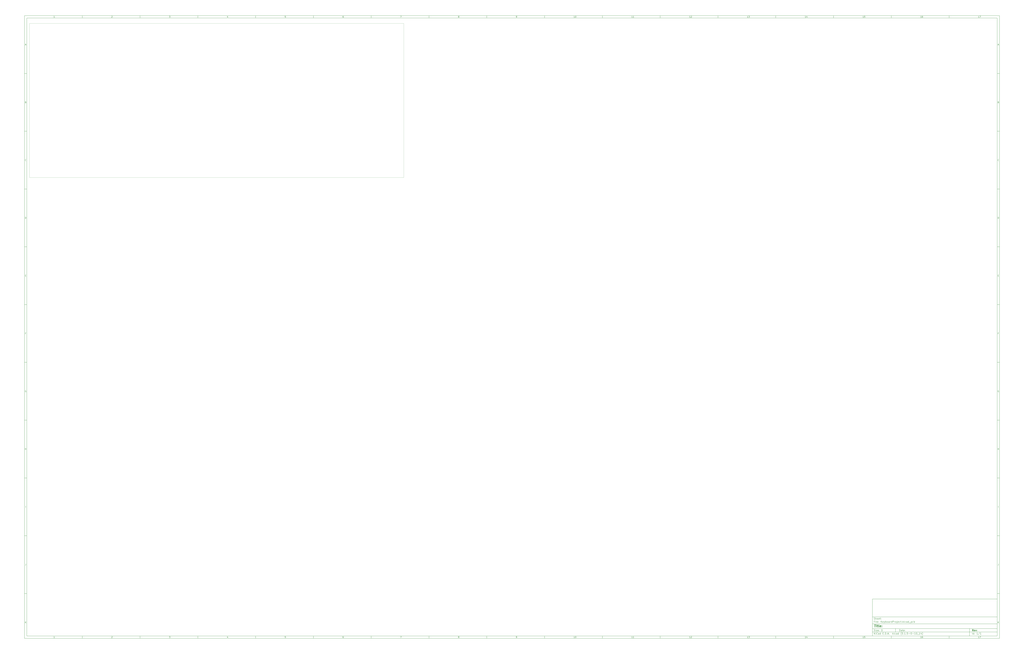
<source format=gm1>
G04 #@! TF.GenerationSoftware,KiCad,Pcbnew,(5.1.5-0-10_14)*
G04 #@! TF.CreationDate,2020-03-20T22:46:17-04:00*
G04 #@! TF.ProjectId,KeyboardProject,4b657962-6f61-4726-9450-726f6a656374,rev?*
G04 #@! TF.SameCoordinates,Original*
G04 #@! TF.FileFunction,Profile,NP*
%FSLAX46Y46*%
G04 Gerber Fmt 4.6, Leading zero omitted, Abs format (unit mm)*
G04 Created by KiCad (PCBNEW (5.1.5-0-10_14)) date 2020-03-20 22:46:17*
%MOMM*%
%LPD*%
G04 APERTURE LIST*
%ADD10C,0.100000*%
%ADD11C,0.150000*%
%ADD12C,0.300000*%
%ADD13C,0.400000*%
%ADD14C,0.050000*%
G04 APERTURE END LIST*
D10*
D11*
X743600000Y-514800000D02*
X743600000Y-546800000D01*
X851600000Y-546800000D01*
X851600000Y-514800000D01*
X743600000Y-514800000D01*
D10*
D11*
X10000000Y-10000000D02*
X10000000Y-548800000D01*
X853600000Y-548800000D01*
X853600000Y-10000000D01*
X10000000Y-10000000D01*
D10*
D11*
X12000000Y-12000000D02*
X12000000Y-546800000D01*
X851600000Y-546800000D01*
X851600000Y-12000000D01*
X12000000Y-12000000D01*
D10*
D11*
X60000000Y-12000000D02*
X60000000Y-10000000D01*
D10*
D11*
X110000000Y-12000000D02*
X110000000Y-10000000D01*
D10*
D11*
X160000000Y-12000000D02*
X160000000Y-10000000D01*
D10*
D11*
X210000000Y-12000000D02*
X210000000Y-10000000D01*
D10*
D11*
X260000000Y-12000000D02*
X260000000Y-10000000D01*
D10*
D11*
X310000000Y-12000000D02*
X310000000Y-10000000D01*
D10*
D11*
X360000000Y-12000000D02*
X360000000Y-10000000D01*
D10*
D11*
X410000000Y-12000000D02*
X410000000Y-10000000D01*
D10*
D11*
X460000000Y-12000000D02*
X460000000Y-10000000D01*
D10*
D11*
X510000000Y-12000000D02*
X510000000Y-10000000D01*
D10*
D11*
X560000000Y-12000000D02*
X560000000Y-10000000D01*
D10*
D11*
X610000000Y-12000000D02*
X610000000Y-10000000D01*
D10*
D11*
X660000000Y-12000000D02*
X660000000Y-10000000D01*
D10*
D11*
X710000000Y-12000000D02*
X710000000Y-10000000D01*
D10*
D11*
X760000000Y-12000000D02*
X760000000Y-10000000D01*
D10*
D11*
X810000000Y-12000000D02*
X810000000Y-10000000D01*
D10*
D11*
X36065476Y-11588095D02*
X35322619Y-11588095D01*
X35694047Y-11588095D02*
X35694047Y-10288095D01*
X35570238Y-10473809D01*
X35446428Y-10597619D01*
X35322619Y-10659523D01*
D10*
D11*
X85322619Y-10411904D02*
X85384523Y-10350000D01*
X85508333Y-10288095D01*
X85817857Y-10288095D01*
X85941666Y-10350000D01*
X86003571Y-10411904D01*
X86065476Y-10535714D01*
X86065476Y-10659523D01*
X86003571Y-10845238D01*
X85260714Y-11588095D01*
X86065476Y-11588095D01*
D10*
D11*
X135260714Y-10288095D02*
X136065476Y-10288095D01*
X135632142Y-10783333D01*
X135817857Y-10783333D01*
X135941666Y-10845238D01*
X136003571Y-10907142D01*
X136065476Y-11030952D01*
X136065476Y-11340476D01*
X136003571Y-11464285D01*
X135941666Y-11526190D01*
X135817857Y-11588095D01*
X135446428Y-11588095D01*
X135322619Y-11526190D01*
X135260714Y-11464285D01*
D10*
D11*
X185941666Y-10721428D02*
X185941666Y-11588095D01*
X185632142Y-10226190D02*
X185322619Y-11154761D01*
X186127380Y-11154761D01*
D10*
D11*
X236003571Y-10288095D02*
X235384523Y-10288095D01*
X235322619Y-10907142D01*
X235384523Y-10845238D01*
X235508333Y-10783333D01*
X235817857Y-10783333D01*
X235941666Y-10845238D01*
X236003571Y-10907142D01*
X236065476Y-11030952D01*
X236065476Y-11340476D01*
X236003571Y-11464285D01*
X235941666Y-11526190D01*
X235817857Y-11588095D01*
X235508333Y-11588095D01*
X235384523Y-11526190D01*
X235322619Y-11464285D01*
D10*
D11*
X285941666Y-10288095D02*
X285694047Y-10288095D01*
X285570238Y-10350000D01*
X285508333Y-10411904D01*
X285384523Y-10597619D01*
X285322619Y-10845238D01*
X285322619Y-11340476D01*
X285384523Y-11464285D01*
X285446428Y-11526190D01*
X285570238Y-11588095D01*
X285817857Y-11588095D01*
X285941666Y-11526190D01*
X286003571Y-11464285D01*
X286065476Y-11340476D01*
X286065476Y-11030952D01*
X286003571Y-10907142D01*
X285941666Y-10845238D01*
X285817857Y-10783333D01*
X285570238Y-10783333D01*
X285446428Y-10845238D01*
X285384523Y-10907142D01*
X285322619Y-11030952D01*
D10*
D11*
X335260714Y-10288095D02*
X336127380Y-10288095D01*
X335570238Y-11588095D01*
D10*
D11*
X385570238Y-10845238D02*
X385446428Y-10783333D01*
X385384523Y-10721428D01*
X385322619Y-10597619D01*
X385322619Y-10535714D01*
X385384523Y-10411904D01*
X385446428Y-10350000D01*
X385570238Y-10288095D01*
X385817857Y-10288095D01*
X385941666Y-10350000D01*
X386003571Y-10411904D01*
X386065476Y-10535714D01*
X386065476Y-10597619D01*
X386003571Y-10721428D01*
X385941666Y-10783333D01*
X385817857Y-10845238D01*
X385570238Y-10845238D01*
X385446428Y-10907142D01*
X385384523Y-10969047D01*
X385322619Y-11092857D01*
X385322619Y-11340476D01*
X385384523Y-11464285D01*
X385446428Y-11526190D01*
X385570238Y-11588095D01*
X385817857Y-11588095D01*
X385941666Y-11526190D01*
X386003571Y-11464285D01*
X386065476Y-11340476D01*
X386065476Y-11092857D01*
X386003571Y-10969047D01*
X385941666Y-10907142D01*
X385817857Y-10845238D01*
D10*
D11*
X435446428Y-11588095D02*
X435694047Y-11588095D01*
X435817857Y-11526190D01*
X435879761Y-11464285D01*
X436003571Y-11278571D01*
X436065476Y-11030952D01*
X436065476Y-10535714D01*
X436003571Y-10411904D01*
X435941666Y-10350000D01*
X435817857Y-10288095D01*
X435570238Y-10288095D01*
X435446428Y-10350000D01*
X435384523Y-10411904D01*
X435322619Y-10535714D01*
X435322619Y-10845238D01*
X435384523Y-10969047D01*
X435446428Y-11030952D01*
X435570238Y-11092857D01*
X435817857Y-11092857D01*
X435941666Y-11030952D01*
X436003571Y-10969047D01*
X436065476Y-10845238D01*
D10*
D11*
X486065476Y-11588095D02*
X485322619Y-11588095D01*
X485694047Y-11588095D02*
X485694047Y-10288095D01*
X485570238Y-10473809D01*
X485446428Y-10597619D01*
X485322619Y-10659523D01*
X486870238Y-10288095D02*
X486994047Y-10288095D01*
X487117857Y-10350000D01*
X487179761Y-10411904D01*
X487241666Y-10535714D01*
X487303571Y-10783333D01*
X487303571Y-11092857D01*
X487241666Y-11340476D01*
X487179761Y-11464285D01*
X487117857Y-11526190D01*
X486994047Y-11588095D01*
X486870238Y-11588095D01*
X486746428Y-11526190D01*
X486684523Y-11464285D01*
X486622619Y-11340476D01*
X486560714Y-11092857D01*
X486560714Y-10783333D01*
X486622619Y-10535714D01*
X486684523Y-10411904D01*
X486746428Y-10350000D01*
X486870238Y-10288095D01*
D10*
D11*
X536065476Y-11588095D02*
X535322619Y-11588095D01*
X535694047Y-11588095D02*
X535694047Y-10288095D01*
X535570238Y-10473809D01*
X535446428Y-10597619D01*
X535322619Y-10659523D01*
X537303571Y-11588095D02*
X536560714Y-11588095D01*
X536932142Y-11588095D02*
X536932142Y-10288095D01*
X536808333Y-10473809D01*
X536684523Y-10597619D01*
X536560714Y-10659523D01*
D10*
D11*
X586065476Y-11588095D02*
X585322619Y-11588095D01*
X585694047Y-11588095D02*
X585694047Y-10288095D01*
X585570238Y-10473809D01*
X585446428Y-10597619D01*
X585322619Y-10659523D01*
X586560714Y-10411904D02*
X586622619Y-10350000D01*
X586746428Y-10288095D01*
X587055952Y-10288095D01*
X587179761Y-10350000D01*
X587241666Y-10411904D01*
X587303571Y-10535714D01*
X587303571Y-10659523D01*
X587241666Y-10845238D01*
X586498809Y-11588095D01*
X587303571Y-11588095D01*
D10*
D11*
X636065476Y-11588095D02*
X635322619Y-11588095D01*
X635694047Y-11588095D02*
X635694047Y-10288095D01*
X635570238Y-10473809D01*
X635446428Y-10597619D01*
X635322619Y-10659523D01*
X636498809Y-10288095D02*
X637303571Y-10288095D01*
X636870238Y-10783333D01*
X637055952Y-10783333D01*
X637179761Y-10845238D01*
X637241666Y-10907142D01*
X637303571Y-11030952D01*
X637303571Y-11340476D01*
X637241666Y-11464285D01*
X637179761Y-11526190D01*
X637055952Y-11588095D01*
X636684523Y-11588095D01*
X636560714Y-11526190D01*
X636498809Y-11464285D01*
D10*
D11*
X686065476Y-11588095D02*
X685322619Y-11588095D01*
X685694047Y-11588095D02*
X685694047Y-10288095D01*
X685570238Y-10473809D01*
X685446428Y-10597619D01*
X685322619Y-10659523D01*
X687179761Y-10721428D02*
X687179761Y-11588095D01*
X686870238Y-10226190D02*
X686560714Y-11154761D01*
X687365476Y-11154761D01*
D10*
D11*
X736065476Y-11588095D02*
X735322619Y-11588095D01*
X735694047Y-11588095D02*
X735694047Y-10288095D01*
X735570238Y-10473809D01*
X735446428Y-10597619D01*
X735322619Y-10659523D01*
X737241666Y-10288095D02*
X736622619Y-10288095D01*
X736560714Y-10907142D01*
X736622619Y-10845238D01*
X736746428Y-10783333D01*
X737055952Y-10783333D01*
X737179761Y-10845238D01*
X737241666Y-10907142D01*
X737303571Y-11030952D01*
X737303571Y-11340476D01*
X737241666Y-11464285D01*
X737179761Y-11526190D01*
X737055952Y-11588095D01*
X736746428Y-11588095D01*
X736622619Y-11526190D01*
X736560714Y-11464285D01*
D10*
D11*
X786065476Y-11588095D02*
X785322619Y-11588095D01*
X785694047Y-11588095D02*
X785694047Y-10288095D01*
X785570238Y-10473809D01*
X785446428Y-10597619D01*
X785322619Y-10659523D01*
X787179761Y-10288095D02*
X786932142Y-10288095D01*
X786808333Y-10350000D01*
X786746428Y-10411904D01*
X786622619Y-10597619D01*
X786560714Y-10845238D01*
X786560714Y-11340476D01*
X786622619Y-11464285D01*
X786684523Y-11526190D01*
X786808333Y-11588095D01*
X787055952Y-11588095D01*
X787179761Y-11526190D01*
X787241666Y-11464285D01*
X787303571Y-11340476D01*
X787303571Y-11030952D01*
X787241666Y-10907142D01*
X787179761Y-10845238D01*
X787055952Y-10783333D01*
X786808333Y-10783333D01*
X786684523Y-10845238D01*
X786622619Y-10907142D01*
X786560714Y-11030952D01*
D10*
D11*
X836065476Y-11588095D02*
X835322619Y-11588095D01*
X835694047Y-11588095D02*
X835694047Y-10288095D01*
X835570238Y-10473809D01*
X835446428Y-10597619D01*
X835322619Y-10659523D01*
X836498809Y-10288095D02*
X837365476Y-10288095D01*
X836808333Y-11588095D01*
D10*
D11*
X60000000Y-546800000D02*
X60000000Y-548800000D01*
D10*
D11*
X110000000Y-546800000D02*
X110000000Y-548800000D01*
D10*
D11*
X160000000Y-546800000D02*
X160000000Y-548800000D01*
D10*
D11*
X210000000Y-546800000D02*
X210000000Y-548800000D01*
D10*
D11*
X260000000Y-546800000D02*
X260000000Y-548800000D01*
D10*
D11*
X310000000Y-546800000D02*
X310000000Y-548800000D01*
D10*
D11*
X360000000Y-546800000D02*
X360000000Y-548800000D01*
D10*
D11*
X410000000Y-546800000D02*
X410000000Y-548800000D01*
D10*
D11*
X460000000Y-546800000D02*
X460000000Y-548800000D01*
D10*
D11*
X510000000Y-546800000D02*
X510000000Y-548800000D01*
D10*
D11*
X560000000Y-546800000D02*
X560000000Y-548800000D01*
D10*
D11*
X610000000Y-546800000D02*
X610000000Y-548800000D01*
D10*
D11*
X660000000Y-546800000D02*
X660000000Y-548800000D01*
D10*
D11*
X710000000Y-546800000D02*
X710000000Y-548800000D01*
D10*
D11*
X760000000Y-546800000D02*
X760000000Y-548800000D01*
D10*
D11*
X810000000Y-546800000D02*
X810000000Y-548800000D01*
D10*
D11*
X36065476Y-548388095D02*
X35322619Y-548388095D01*
X35694047Y-548388095D02*
X35694047Y-547088095D01*
X35570238Y-547273809D01*
X35446428Y-547397619D01*
X35322619Y-547459523D01*
D10*
D11*
X85322619Y-547211904D02*
X85384523Y-547150000D01*
X85508333Y-547088095D01*
X85817857Y-547088095D01*
X85941666Y-547150000D01*
X86003571Y-547211904D01*
X86065476Y-547335714D01*
X86065476Y-547459523D01*
X86003571Y-547645238D01*
X85260714Y-548388095D01*
X86065476Y-548388095D01*
D10*
D11*
X135260714Y-547088095D02*
X136065476Y-547088095D01*
X135632142Y-547583333D01*
X135817857Y-547583333D01*
X135941666Y-547645238D01*
X136003571Y-547707142D01*
X136065476Y-547830952D01*
X136065476Y-548140476D01*
X136003571Y-548264285D01*
X135941666Y-548326190D01*
X135817857Y-548388095D01*
X135446428Y-548388095D01*
X135322619Y-548326190D01*
X135260714Y-548264285D01*
D10*
D11*
X185941666Y-547521428D02*
X185941666Y-548388095D01*
X185632142Y-547026190D02*
X185322619Y-547954761D01*
X186127380Y-547954761D01*
D10*
D11*
X236003571Y-547088095D02*
X235384523Y-547088095D01*
X235322619Y-547707142D01*
X235384523Y-547645238D01*
X235508333Y-547583333D01*
X235817857Y-547583333D01*
X235941666Y-547645238D01*
X236003571Y-547707142D01*
X236065476Y-547830952D01*
X236065476Y-548140476D01*
X236003571Y-548264285D01*
X235941666Y-548326190D01*
X235817857Y-548388095D01*
X235508333Y-548388095D01*
X235384523Y-548326190D01*
X235322619Y-548264285D01*
D10*
D11*
X285941666Y-547088095D02*
X285694047Y-547088095D01*
X285570238Y-547150000D01*
X285508333Y-547211904D01*
X285384523Y-547397619D01*
X285322619Y-547645238D01*
X285322619Y-548140476D01*
X285384523Y-548264285D01*
X285446428Y-548326190D01*
X285570238Y-548388095D01*
X285817857Y-548388095D01*
X285941666Y-548326190D01*
X286003571Y-548264285D01*
X286065476Y-548140476D01*
X286065476Y-547830952D01*
X286003571Y-547707142D01*
X285941666Y-547645238D01*
X285817857Y-547583333D01*
X285570238Y-547583333D01*
X285446428Y-547645238D01*
X285384523Y-547707142D01*
X285322619Y-547830952D01*
D10*
D11*
X335260714Y-547088095D02*
X336127380Y-547088095D01*
X335570238Y-548388095D01*
D10*
D11*
X385570238Y-547645238D02*
X385446428Y-547583333D01*
X385384523Y-547521428D01*
X385322619Y-547397619D01*
X385322619Y-547335714D01*
X385384523Y-547211904D01*
X385446428Y-547150000D01*
X385570238Y-547088095D01*
X385817857Y-547088095D01*
X385941666Y-547150000D01*
X386003571Y-547211904D01*
X386065476Y-547335714D01*
X386065476Y-547397619D01*
X386003571Y-547521428D01*
X385941666Y-547583333D01*
X385817857Y-547645238D01*
X385570238Y-547645238D01*
X385446428Y-547707142D01*
X385384523Y-547769047D01*
X385322619Y-547892857D01*
X385322619Y-548140476D01*
X385384523Y-548264285D01*
X385446428Y-548326190D01*
X385570238Y-548388095D01*
X385817857Y-548388095D01*
X385941666Y-548326190D01*
X386003571Y-548264285D01*
X386065476Y-548140476D01*
X386065476Y-547892857D01*
X386003571Y-547769047D01*
X385941666Y-547707142D01*
X385817857Y-547645238D01*
D10*
D11*
X435446428Y-548388095D02*
X435694047Y-548388095D01*
X435817857Y-548326190D01*
X435879761Y-548264285D01*
X436003571Y-548078571D01*
X436065476Y-547830952D01*
X436065476Y-547335714D01*
X436003571Y-547211904D01*
X435941666Y-547150000D01*
X435817857Y-547088095D01*
X435570238Y-547088095D01*
X435446428Y-547150000D01*
X435384523Y-547211904D01*
X435322619Y-547335714D01*
X435322619Y-547645238D01*
X435384523Y-547769047D01*
X435446428Y-547830952D01*
X435570238Y-547892857D01*
X435817857Y-547892857D01*
X435941666Y-547830952D01*
X436003571Y-547769047D01*
X436065476Y-547645238D01*
D10*
D11*
X486065476Y-548388095D02*
X485322619Y-548388095D01*
X485694047Y-548388095D02*
X485694047Y-547088095D01*
X485570238Y-547273809D01*
X485446428Y-547397619D01*
X485322619Y-547459523D01*
X486870238Y-547088095D02*
X486994047Y-547088095D01*
X487117857Y-547150000D01*
X487179761Y-547211904D01*
X487241666Y-547335714D01*
X487303571Y-547583333D01*
X487303571Y-547892857D01*
X487241666Y-548140476D01*
X487179761Y-548264285D01*
X487117857Y-548326190D01*
X486994047Y-548388095D01*
X486870238Y-548388095D01*
X486746428Y-548326190D01*
X486684523Y-548264285D01*
X486622619Y-548140476D01*
X486560714Y-547892857D01*
X486560714Y-547583333D01*
X486622619Y-547335714D01*
X486684523Y-547211904D01*
X486746428Y-547150000D01*
X486870238Y-547088095D01*
D10*
D11*
X536065476Y-548388095D02*
X535322619Y-548388095D01*
X535694047Y-548388095D02*
X535694047Y-547088095D01*
X535570238Y-547273809D01*
X535446428Y-547397619D01*
X535322619Y-547459523D01*
X537303571Y-548388095D02*
X536560714Y-548388095D01*
X536932142Y-548388095D02*
X536932142Y-547088095D01*
X536808333Y-547273809D01*
X536684523Y-547397619D01*
X536560714Y-547459523D01*
D10*
D11*
X586065476Y-548388095D02*
X585322619Y-548388095D01*
X585694047Y-548388095D02*
X585694047Y-547088095D01*
X585570238Y-547273809D01*
X585446428Y-547397619D01*
X585322619Y-547459523D01*
X586560714Y-547211904D02*
X586622619Y-547150000D01*
X586746428Y-547088095D01*
X587055952Y-547088095D01*
X587179761Y-547150000D01*
X587241666Y-547211904D01*
X587303571Y-547335714D01*
X587303571Y-547459523D01*
X587241666Y-547645238D01*
X586498809Y-548388095D01*
X587303571Y-548388095D01*
D10*
D11*
X636065476Y-548388095D02*
X635322619Y-548388095D01*
X635694047Y-548388095D02*
X635694047Y-547088095D01*
X635570238Y-547273809D01*
X635446428Y-547397619D01*
X635322619Y-547459523D01*
X636498809Y-547088095D02*
X637303571Y-547088095D01*
X636870238Y-547583333D01*
X637055952Y-547583333D01*
X637179761Y-547645238D01*
X637241666Y-547707142D01*
X637303571Y-547830952D01*
X637303571Y-548140476D01*
X637241666Y-548264285D01*
X637179761Y-548326190D01*
X637055952Y-548388095D01*
X636684523Y-548388095D01*
X636560714Y-548326190D01*
X636498809Y-548264285D01*
D10*
D11*
X686065476Y-548388095D02*
X685322619Y-548388095D01*
X685694047Y-548388095D02*
X685694047Y-547088095D01*
X685570238Y-547273809D01*
X685446428Y-547397619D01*
X685322619Y-547459523D01*
X687179761Y-547521428D02*
X687179761Y-548388095D01*
X686870238Y-547026190D02*
X686560714Y-547954761D01*
X687365476Y-547954761D01*
D10*
D11*
X736065476Y-548388095D02*
X735322619Y-548388095D01*
X735694047Y-548388095D02*
X735694047Y-547088095D01*
X735570238Y-547273809D01*
X735446428Y-547397619D01*
X735322619Y-547459523D01*
X737241666Y-547088095D02*
X736622619Y-547088095D01*
X736560714Y-547707142D01*
X736622619Y-547645238D01*
X736746428Y-547583333D01*
X737055952Y-547583333D01*
X737179761Y-547645238D01*
X737241666Y-547707142D01*
X737303571Y-547830952D01*
X737303571Y-548140476D01*
X737241666Y-548264285D01*
X737179761Y-548326190D01*
X737055952Y-548388095D01*
X736746428Y-548388095D01*
X736622619Y-548326190D01*
X736560714Y-548264285D01*
D10*
D11*
X786065476Y-548388095D02*
X785322619Y-548388095D01*
X785694047Y-548388095D02*
X785694047Y-547088095D01*
X785570238Y-547273809D01*
X785446428Y-547397619D01*
X785322619Y-547459523D01*
X787179761Y-547088095D02*
X786932142Y-547088095D01*
X786808333Y-547150000D01*
X786746428Y-547211904D01*
X786622619Y-547397619D01*
X786560714Y-547645238D01*
X786560714Y-548140476D01*
X786622619Y-548264285D01*
X786684523Y-548326190D01*
X786808333Y-548388095D01*
X787055952Y-548388095D01*
X787179761Y-548326190D01*
X787241666Y-548264285D01*
X787303571Y-548140476D01*
X787303571Y-547830952D01*
X787241666Y-547707142D01*
X787179761Y-547645238D01*
X787055952Y-547583333D01*
X786808333Y-547583333D01*
X786684523Y-547645238D01*
X786622619Y-547707142D01*
X786560714Y-547830952D01*
D10*
D11*
X836065476Y-548388095D02*
X835322619Y-548388095D01*
X835694047Y-548388095D02*
X835694047Y-547088095D01*
X835570238Y-547273809D01*
X835446428Y-547397619D01*
X835322619Y-547459523D01*
X836498809Y-547088095D02*
X837365476Y-547088095D01*
X836808333Y-548388095D01*
D10*
D11*
X10000000Y-60000000D02*
X12000000Y-60000000D01*
D10*
D11*
X10000000Y-110000000D02*
X12000000Y-110000000D01*
D10*
D11*
X10000000Y-160000000D02*
X12000000Y-160000000D01*
D10*
D11*
X10000000Y-210000000D02*
X12000000Y-210000000D01*
D10*
D11*
X10000000Y-260000000D02*
X12000000Y-260000000D01*
D10*
D11*
X10000000Y-310000000D02*
X12000000Y-310000000D01*
D10*
D11*
X10000000Y-360000000D02*
X12000000Y-360000000D01*
D10*
D11*
X10000000Y-410000000D02*
X12000000Y-410000000D01*
D10*
D11*
X10000000Y-460000000D02*
X12000000Y-460000000D01*
D10*
D11*
X10000000Y-510000000D02*
X12000000Y-510000000D01*
D10*
D11*
X10690476Y-35216666D02*
X11309523Y-35216666D01*
X10566666Y-35588095D02*
X11000000Y-34288095D01*
X11433333Y-35588095D01*
D10*
D11*
X11092857Y-84907142D02*
X11278571Y-84969047D01*
X11340476Y-85030952D01*
X11402380Y-85154761D01*
X11402380Y-85340476D01*
X11340476Y-85464285D01*
X11278571Y-85526190D01*
X11154761Y-85588095D01*
X10659523Y-85588095D01*
X10659523Y-84288095D01*
X11092857Y-84288095D01*
X11216666Y-84350000D01*
X11278571Y-84411904D01*
X11340476Y-84535714D01*
X11340476Y-84659523D01*
X11278571Y-84783333D01*
X11216666Y-84845238D01*
X11092857Y-84907142D01*
X10659523Y-84907142D01*
D10*
D11*
X11402380Y-135464285D02*
X11340476Y-135526190D01*
X11154761Y-135588095D01*
X11030952Y-135588095D01*
X10845238Y-135526190D01*
X10721428Y-135402380D01*
X10659523Y-135278571D01*
X10597619Y-135030952D01*
X10597619Y-134845238D01*
X10659523Y-134597619D01*
X10721428Y-134473809D01*
X10845238Y-134350000D01*
X11030952Y-134288095D01*
X11154761Y-134288095D01*
X11340476Y-134350000D01*
X11402380Y-134411904D01*
D10*
D11*
X10659523Y-185588095D02*
X10659523Y-184288095D01*
X10969047Y-184288095D01*
X11154761Y-184350000D01*
X11278571Y-184473809D01*
X11340476Y-184597619D01*
X11402380Y-184845238D01*
X11402380Y-185030952D01*
X11340476Y-185278571D01*
X11278571Y-185402380D01*
X11154761Y-185526190D01*
X10969047Y-185588095D01*
X10659523Y-185588095D01*
D10*
D11*
X10721428Y-234907142D02*
X11154761Y-234907142D01*
X11340476Y-235588095D02*
X10721428Y-235588095D01*
X10721428Y-234288095D01*
X11340476Y-234288095D01*
D10*
D11*
X11185714Y-284907142D02*
X10752380Y-284907142D01*
X10752380Y-285588095D02*
X10752380Y-284288095D01*
X11371428Y-284288095D01*
D10*
D11*
X11340476Y-334350000D02*
X11216666Y-334288095D01*
X11030952Y-334288095D01*
X10845238Y-334350000D01*
X10721428Y-334473809D01*
X10659523Y-334597619D01*
X10597619Y-334845238D01*
X10597619Y-335030952D01*
X10659523Y-335278571D01*
X10721428Y-335402380D01*
X10845238Y-335526190D01*
X11030952Y-335588095D01*
X11154761Y-335588095D01*
X11340476Y-335526190D01*
X11402380Y-335464285D01*
X11402380Y-335030952D01*
X11154761Y-335030952D01*
D10*
D11*
X10628571Y-385588095D02*
X10628571Y-384288095D01*
X10628571Y-384907142D02*
X11371428Y-384907142D01*
X11371428Y-385588095D02*
X11371428Y-384288095D01*
D10*
D11*
X11000000Y-435588095D02*
X11000000Y-434288095D01*
D10*
D11*
X11185714Y-484288095D02*
X11185714Y-485216666D01*
X11123809Y-485402380D01*
X11000000Y-485526190D01*
X10814285Y-485588095D01*
X10690476Y-485588095D01*
D10*
D11*
X10659523Y-535588095D02*
X10659523Y-534288095D01*
X11402380Y-535588095D02*
X10845238Y-534845238D01*
X11402380Y-534288095D02*
X10659523Y-535030952D01*
D10*
D11*
X853600000Y-60000000D02*
X851600000Y-60000000D01*
D10*
D11*
X853600000Y-110000000D02*
X851600000Y-110000000D01*
D10*
D11*
X853600000Y-160000000D02*
X851600000Y-160000000D01*
D10*
D11*
X853600000Y-210000000D02*
X851600000Y-210000000D01*
D10*
D11*
X853600000Y-260000000D02*
X851600000Y-260000000D01*
D10*
D11*
X853600000Y-310000000D02*
X851600000Y-310000000D01*
D10*
D11*
X853600000Y-360000000D02*
X851600000Y-360000000D01*
D10*
D11*
X853600000Y-410000000D02*
X851600000Y-410000000D01*
D10*
D11*
X853600000Y-460000000D02*
X851600000Y-460000000D01*
D10*
D11*
X853600000Y-510000000D02*
X851600000Y-510000000D01*
D10*
D11*
X852290476Y-35216666D02*
X852909523Y-35216666D01*
X852166666Y-35588095D02*
X852600000Y-34288095D01*
X853033333Y-35588095D01*
D10*
D11*
X852692857Y-84907142D02*
X852878571Y-84969047D01*
X852940476Y-85030952D01*
X853002380Y-85154761D01*
X853002380Y-85340476D01*
X852940476Y-85464285D01*
X852878571Y-85526190D01*
X852754761Y-85588095D01*
X852259523Y-85588095D01*
X852259523Y-84288095D01*
X852692857Y-84288095D01*
X852816666Y-84350000D01*
X852878571Y-84411904D01*
X852940476Y-84535714D01*
X852940476Y-84659523D01*
X852878571Y-84783333D01*
X852816666Y-84845238D01*
X852692857Y-84907142D01*
X852259523Y-84907142D01*
D10*
D11*
X853002380Y-135464285D02*
X852940476Y-135526190D01*
X852754761Y-135588095D01*
X852630952Y-135588095D01*
X852445238Y-135526190D01*
X852321428Y-135402380D01*
X852259523Y-135278571D01*
X852197619Y-135030952D01*
X852197619Y-134845238D01*
X852259523Y-134597619D01*
X852321428Y-134473809D01*
X852445238Y-134350000D01*
X852630952Y-134288095D01*
X852754761Y-134288095D01*
X852940476Y-134350000D01*
X853002380Y-134411904D01*
D10*
D11*
X852259523Y-185588095D02*
X852259523Y-184288095D01*
X852569047Y-184288095D01*
X852754761Y-184350000D01*
X852878571Y-184473809D01*
X852940476Y-184597619D01*
X853002380Y-184845238D01*
X853002380Y-185030952D01*
X852940476Y-185278571D01*
X852878571Y-185402380D01*
X852754761Y-185526190D01*
X852569047Y-185588095D01*
X852259523Y-185588095D01*
D10*
D11*
X852321428Y-234907142D02*
X852754761Y-234907142D01*
X852940476Y-235588095D02*
X852321428Y-235588095D01*
X852321428Y-234288095D01*
X852940476Y-234288095D01*
D10*
D11*
X852785714Y-284907142D02*
X852352380Y-284907142D01*
X852352380Y-285588095D02*
X852352380Y-284288095D01*
X852971428Y-284288095D01*
D10*
D11*
X852940476Y-334350000D02*
X852816666Y-334288095D01*
X852630952Y-334288095D01*
X852445238Y-334350000D01*
X852321428Y-334473809D01*
X852259523Y-334597619D01*
X852197619Y-334845238D01*
X852197619Y-335030952D01*
X852259523Y-335278571D01*
X852321428Y-335402380D01*
X852445238Y-335526190D01*
X852630952Y-335588095D01*
X852754761Y-335588095D01*
X852940476Y-335526190D01*
X853002380Y-335464285D01*
X853002380Y-335030952D01*
X852754761Y-335030952D01*
D10*
D11*
X852228571Y-385588095D02*
X852228571Y-384288095D01*
X852228571Y-384907142D02*
X852971428Y-384907142D01*
X852971428Y-385588095D02*
X852971428Y-384288095D01*
D10*
D11*
X852600000Y-435588095D02*
X852600000Y-434288095D01*
D10*
D11*
X852785714Y-484288095D02*
X852785714Y-485216666D01*
X852723809Y-485402380D01*
X852600000Y-485526190D01*
X852414285Y-485588095D01*
X852290476Y-485588095D01*
D10*
D11*
X852259523Y-535588095D02*
X852259523Y-534288095D01*
X853002380Y-535588095D02*
X852445238Y-534845238D01*
X853002380Y-534288095D02*
X852259523Y-535030952D01*
D10*
D11*
X767032142Y-542578571D02*
X767032142Y-541078571D01*
X767389285Y-541078571D01*
X767603571Y-541150000D01*
X767746428Y-541292857D01*
X767817857Y-541435714D01*
X767889285Y-541721428D01*
X767889285Y-541935714D01*
X767817857Y-542221428D01*
X767746428Y-542364285D01*
X767603571Y-542507142D01*
X767389285Y-542578571D01*
X767032142Y-542578571D01*
X769175000Y-542578571D02*
X769175000Y-541792857D01*
X769103571Y-541650000D01*
X768960714Y-541578571D01*
X768675000Y-541578571D01*
X768532142Y-541650000D01*
X769175000Y-542507142D02*
X769032142Y-542578571D01*
X768675000Y-542578571D01*
X768532142Y-542507142D01*
X768460714Y-542364285D01*
X768460714Y-542221428D01*
X768532142Y-542078571D01*
X768675000Y-542007142D01*
X769032142Y-542007142D01*
X769175000Y-541935714D01*
X769675000Y-541578571D02*
X770246428Y-541578571D01*
X769889285Y-541078571D02*
X769889285Y-542364285D01*
X769960714Y-542507142D01*
X770103571Y-542578571D01*
X770246428Y-542578571D01*
X771317857Y-542507142D02*
X771175000Y-542578571D01*
X770889285Y-542578571D01*
X770746428Y-542507142D01*
X770675000Y-542364285D01*
X770675000Y-541792857D01*
X770746428Y-541650000D01*
X770889285Y-541578571D01*
X771175000Y-541578571D01*
X771317857Y-541650000D01*
X771389285Y-541792857D01*
X771389285Y-541935714D01*
X770675000Y-542078571D01*
X772032142Y-542435714D02*
X772103571Y-542507142D01*
X772032142Y-542578571D01*
X771960714Y-542507142D01*
X772032142Y-542435714D01*
X772032142Y-542578571D01*
X772032142Y-541650000D02*
X772103571Y-541721428D01*
X772032142Y-541792857D01*
X771960714Y-541721428D01*
X772032142Y-541650000D01*
X772032142Y-541792857D01*
D10*
D11*
X743600000Y-543300000D02*
X851600000Y-543300000D01*
D10*
D11*
X745032142Y-545378571D02*
X745032142Y-543878571D01*
X745889285Y-545378571D02*
X745246428Y-544521428D01*
X745889285Y-543878571D02*
X745032142Y-544735714D01*
X746532142Y-545378571D02*
X746532142Y-544378571D01*
X746532142Y-543878571D02*
X746460714Y-543950000D01*
X746532142Y-544021428D01*
X746603571Y-543950000D01*
X746532142Y-543878571D01*
X746532142Y-544021428D01*
X748103571Y-545235714D02*
X748032142Y-545307142D01*
X747817857Y-545378571D01*
X747675000Y-545378571D01*
X747460714Y-545307142D01*
X747317857Y-545164285D01*
X747246428Y-545021428D01*
X747175000Y-544735714D01*
X747175000Y-544521428D01*
X747246428Y-544235714D01*
X747317857Y-544092857D01*
X747460714Y-543950000D01*
X747675000Y-543878571D01*
X747817857Y-543878571D01*
X748032142Y-543950000D01*
X748103571Y-544021428D01*
X749389285Y-545378571D02*
X749389285Y-544592857D01*
X749317857Y-544450000D01*
X749175000Y-544378571D01*
X748889285Y-544378571D01*
X748746428Y-544450000D01*
X749389285Y-545307142D02*
X749246428Y-545378571D01*
X748889285Y-545378571D01*
X748746428Y-545307142D01*
X748675000Y-545164285D01*
X748675000Y-545021428D01*
X748746428Y-544878571D01*
X748889285Y-544807142D01*
X749246428Y-544807142D01*
X749389285Y-544735714D01*
X750746428Y-545378571D02*
X750746428Y-543878571D01*
X750746428Y-545307142D02*
X750603571Y-545378571D01*
X750317857Y-545378571D01*
X750175000Y-545307142D01*
X750103571Y-545235714D01*
X750032142Y-545092857D01*
X750032142Y-544664285D01*
X750103571Y-544521428D01*
X750175000Y-544450000D01*
X750317857Y-544378571D01*
X750603571Y-544378571D01*
X750746428Y-544450000D01*
X752603571Y-544592857D02*
X753103571Y-544592857D01*
X753317857Y-545378571D02*
X752603571Y-545378571D01*
X752603571Y-543878571D01*
X753317857Y-543878571D01*
X753960714Y-545235714D02*
X754032142Y-545307142D01*
X753960714Y-545378571D01*
X753889285Y-545307142D01*
X753960714Y-545235714D01*
X753960714Y-545378571D01*
X754675000Y-545378571D02*
X754675000Y-543878571D01*
X755032142Y-543878571D01*
X755246428Y-543950000D01*
X755389285Y-544092857D01*
X755460714Y-544235714D01*
X755532142Y-544521428D01*
X755532142Y-544735714D01*
X755460714Y-545021428D01*
X755389285Y-545164285D01*
X755246428Y-545307142D01*
X755032142Y-545378571D01*
X754675000Y-545378571D01*
X756175000Y-545235714D02*
X756246428Y-545307142D01*
X756175000Y-545378571D01*
X756103571Y-545307142D01*
X756175000Y-545235714D01*
X756175000Y-545378571D01*
X756817857Y-544950000D02*
X757532142Y-544950000D01*
X756675000Y-545378571D02*
X757175000Y-543878571D01*
X757675000Y-545378571D01*
X758175000Y-545235714D02*
X758246428Y-545307142D01*
X758175000Y-545378571D01*
X758103571Y-545307142D01*
X758175000Y-545235714D01*
X758175000Y-545378571D01*
X761175000Y-545378571D02*
X761175000Y-543878571D01*
X761317857Y-544807142D02*
X761746428Y-545378571D01*
X761746428Y-544378571D02*
X761175000Y-544950000D01*
X762389285Y-545378571D02*
X762389285Y-544378571D01*
X762389285Y-543878571D02*
X762317857Y-543950000D01*
X762389285Y-544021428D01*
X762460714Y-543950000D01*
X762389285Y-543878571D01*
X762389285Y-544021428D01*
X763746428Y-545307142D02*
X763603571Y-545378571D01*
X763317857Y-545378571D01*
X763175000Y-545307142D01*
X763103571Y-545235714D01*
X763032142Y-545092857D01*
X763032142Y-544664285D01*
X763103571Y-544521428D01*
X763175000Y-544450000D01*
X763317857Y-544378571D01*
X763603571Y-544378571D01*
X763746428Y-544450000D01*
X765032142Y-545378571D02*
X765032142Y-544592857D01*
X764960714Y-544450000D01*
X764817857Y-544378571D01*
X764532142Y-544378571D01*
X764389285Y-544450000D01*
X765032142Y-545307142D02*
X764889285Y-545378571D01*
X764532142Y-545378571D01*
X764389285Y-545307142D01*
X764317857Y-545164285D01*
X764317857Y-545021428D01*
X764389285Y-544878571D01*
X764532142Y-544807142D01*
X764889285Y-544807142D01*
X765032142Y-544735714D01*
X766389285Y-545378571D02*
X766389285Y-543878571D01*
X766389285Y-545307142D02*
X766246428Y-545378571D01*
X765960714Y-545378571D01*
X765817857Y-545307142D01*
X765746428Y-545235714D01*
X765675000Y-545092857D01*
X765675000Y-544664285D01*
X765746428Y-544521428D01*
X765817857Y-544450000D01*
X765960714Y-544378571D01*
X766246428Y-544378571D01*
X766389285Y-544450000D01*
X768675000Y-545950000D02*
X768603571Y-545878571D01*
X768460714Y-545664285D01*
X768389285Y-545521428D01*
X768317857Y-545307142D01*
X768246428Y-544950000D01*
X768246428Y-544664285D01*
X768317857Y-544307142D01*
X768389285Y-544092857D01*
X768460714Y-543950000D01*
X768603571Y-543735714D01*
X768675000Y-543664285D01*
X769960714Y-543878571D02*
X769246428Y-543878571D01*
X769175000Y-544592857D01*
X769246428Y-544521428D01*
X769389285Y-544450000D01*
X769746428Y-544450000D01*
X769889285Y-544521428D01*
X769960714Y-544592857D01*
X770032142Y-544735714D01*
X770032142Y-545092857D01*
X769960714Y-545235714D01*
X769889285Y-545307142D01*
X769746428Y-545378571D01*
X769389285Y-545378571D01*
X769246428Y-545307142D01*
X769175000Y-545235714D01*
X770675000Y-545235714D02*
X770746428Y-545307142D01*
X770675000Y-545378571D01*
X770603571Y-545307142D01*
X770675000Y-545235714D01*
X770675000Y-545378571D01*
X772175000Y-545378571D02*
X771317857Y-545378571D01*
X771746428Y-545378571D02*
X771746428Y-543878571D01*
X771603571Y-544092857D01*
X771460714Y-544235714D01*
X771317857Y-544307142D01*
X772817857Y-545235714D02*
X772889285Y-545307142D01*
X772817857Y-545378571D01*
X772746428Y-545307142D01*
X772817857Y-545235714D01*
X772817857Y-545378571D01*
X774246428Y-543878571D02*
X773532142Y-543878571D01*
X773460714Y-544592857D01*
X773532142Y-544521428D01*
X773675000Y-544450000D01*
X774032142Y-544450000D01*
X774175000Y-544521428D01*
X774246428Y-544592857D01*
X774317857Y-544735714D01*
X774317857Y-545092857D01*
X774246428Y-545235714D01*
X774175000Y-545307142D01*
X774032142Y-545378571D01*
X773675000Y-545378571D01*
X773532142Y-545307142D01*
X773460714Y-545235714D01*
X774960714Y-544807142D02*
X776103571Y-544807142D01*
X777103571Y-543878571D02*
X777246428Y-543878571D01*
X777389285Y-543950000D01*
X777460714Y-544021428D01*
X777532142Y-544164285D01*
X777603571Y-544450000D01*
X777603571Y-544807142D01*
X777532142Y-545092857D01*
X777460714Y-545235714D01*
X777389285Y-545307142D01*
X777246428Y-545378571D01*
X777103571Y-545378571D01*
X776960714Y-545307142D01*
X776889285Y-545235714D01*
X776817857Y-545092857D01*
X776746428Y-544807142D01*
X776746428Y-544450000D01*
X776817857Y-544164285D01*
X776889285Y-544021428D01*
X776960714Y-543950000D01*
X777103571Y-543878571D01*
X778246428Y-544807142D02*
X779389285Y-544807142D01*
X780889285Y-545378571D02*
X780032142Y-545378571D01*
X780460714Y-545378571D02*
X780460714Y-543878571D01*
X780317857Y-544092857D01*
X780175000Y-544235714D01*
X780032142Y-544307142D01*
X781817857Y-543878571D02*
X781960714Y-543878571D01*
X782103571Y-543950000D01*
X782175000Y-544021428D01*
X782246428Y-544164285D01*
X782317857Y-544450000D01*
X782317857Y-544807142D01*
X782246428Y-545092857D01*
X782175000Y-545235714D01*
X782103571Y-545307142D01*
X781960714Y-545378571D01*
X781817857Y-545378571D01*
X781675000Y-545307142D01*
X781603571Y-545235714D01*
X781532142Y-545092857D01*
X781460714Y-544807142D01*
X781460714Y-544450000D01*
X781532142Y-544164285D01*
X781603571Y-544021428D01*
X781675000Y-543950000D01*
X781817857Y-543878571D01*
X782603571Y-545521428D02*
X783746428Y-545521428D01*
X784889285Y-545378571D02*
X784032142Y-545378571D01*
X784460714Y-545378571D02*
X784460714Y-543878571D01*
X784317857Y-544092857D01*
X784175000Y-544235714D01*
X784032142Y-544307142D01*
X786175000Y-544378571D02*
X786175000Y-545378571D01*
X785817857Y-543807142D02*
X785460714Y-544878571D01*
X786389285Y-544878571D01*
X786817857Y-545950000D02*
X786889285Y-545878571D01*
X787032142Y-545664285D01*
X787103571Y-545521428D01*
X787175000Y-545307142D01*
X787246428Y-544950000D01*
X787246428Y-544664285D01*
X787175000Y-544307142D01*
X787103571Y-544092857D01*
X787032142Y-543950000D01*
X786889285Y-543735714D01*
X786817857Y-543664285D01*
D10*
D11*
X743600000Y-540300000D02*
X851600000Y-540300000D01*
D10*
D12*
X831009285Y-542578571D02*
X830509285Y-541864285D01*
X830152142Y-542578571D02*
X830152142Y-541078571D01*
X830723571Y-541078571D01*
X830866428Y-541150000D01*
X830937857Y-541221428D01*
X831009285Y-541364285D01*
X831009285Y-541578571D01*
X830937857Y-541721428D01*
X830866428Y-541792857D01*
X830723571Y-541864285D01*
X830152142Y-541864285D01*
X832223571Y-542507142D02*
X832080714Y-542578571D01*
X831795000Y-542578571D01*
X831652142Y-542507142D01*
X831580714Y-542364285D01*
X831580714Y-541792857D01*
X831652142Y-541650000D01*
X831795000Y-541578571D01*
X832080714Y-541578571D01*
X832223571Y-541650000D01*
X832295000Y-541792857D01*
X832295000Y-541935714D01*
X831580714Y-542078571D01*
X832795000Y-541578571D02*
X833152142Y-542578571D01*
X833509285Y-541578571D01*
X834080714Y-542435714D02*
X834152142Y-542507142D01*
X834080714Y-542578571D01*
X834009285Y-542507142D01*
X834080714Y-542435714D01*
X834080714Y-542578571D01*
X834080714Y-541650000D02*
X834152142Y-541721428D01*
X834080714Y-541792857D01*
X834009285Y-541721428D01*
X834080714Y-541650000D01*
X834080714Y-541792857D01*
D10*
D11*
X744960714Y-542507142D02*
X745175000Y-542578571D01*
X745532142Y-542578571D01*
X745675000Y-542507142D01*
X745746428Y-542435714D01*
X745817857Y-542292857D01*
X745817857Y-542150000D01*
X745746428Y-542007142D01*
X745675000Y-541935714D01*
X745532142Y-541864285D01*
X745246428Y-541792857D01*
X745103571Y-541721428D01*
X745032142Y-541650000D01*
X744960714Y-541507142D01*
X744960714Y-541364285D01*
X745032142Y-541221428D01*
X745103571Y-541150000D01*
X745246428Y-541078571D01*
X745603571Y-541078571D01*
X745817857Y-541150000D01*
X746460714Y-542578571D02*
X746460714Y-541578571D01*
X746460714Y-541078571D02*
X746389285Y-541150000D01*
X746460714Y-541221428D01*
X746532142Y-541150000D01*
X746460714Y-541078571D01*
X746460714Y-541221428D01*
X747032142Y-541578571D02*
X747817857Y-541578571D01*
X747032142Y-542578571D01*
X747817857Y-542578571D01*
X748960714Y-542507142D02*
X748817857Y-542578571D01*
X748532142Y-542578571D01*
X748389285Y-542507142D01*
X748317857Y-542364285D01*
X748317857Y-541792857D01*
X748389285Y-541650000D01*
X748532142Y-541578571D01*
X748817857Y-541578571D01*
X748960714Y-541650000D01*
X749032142Y-541792857D01*
X749032142Y-541935714D01*
X748317857Y-542078571D01*
X749675000Y-542435714D02*
X749746428Y-542507142D01*
X749675000Y-542578571D01*
X749603571Y-542507142D01*
X749675000Y-542435714D01*
X749675000Y-542578571D01*
X749675000Y-541650000D02*
X749746428Y-541721428D01*
X749675000Y-541792857D01*
X749603571Y-541721428D01*
X749675000Y-541650000D01*
X749675000Y-541792857D01*
X751532142Y-542578571D02*
X751532142Y-541078571D01*
X751889285Y-541078571D01*
X752103571Y-541150000D01*
X752246428Y-541292857D01*
X752317857Y-541435714D01*
X752389285Y-541721428D01*
X752389285Y-541935714D01*
X752317857Y-542221428D01*
X752246428Y-542364285D01*
X752103571Y-542507142D01*
X751889285Y-542578571D01*
X751532142Y-542578571D01*
D10*
D11*
X830032142Y-545378571D02*
X830032142Y-543878571D01*
X831389285Y-545378571D02*
X831389285Y-543878571D01*
X831389285Y-545307142D02*
X831246428Y-545378571D01*
X830960714Y-545378571D01*
X830817857Y-545307142D01*
X830746428Y-545235714D01*
X830675000Y-545092857D01*
X830675000Y-544664285D01*
X830746428Y-544521428D01*
X830817857Y-544450000D01*
X830960714Y-544378571D01*
X831246428Y-544378571D01*
X831389285Y-544450000D01*
X832103571Y-545235714D02*
X832175000Y-545307142D01*
X832103571Y-545378571D01*
X832032142Y-545307142D01*
X832103571Y-545235714D01*
X832103571Y-545378571D01*
X832103571Y-544450000D02*
X832175000Y-544521428D01*
X832103571Y-544592857D01*
X832032142Y-544521428D01*
X832103571Y-544450000D01*
X832103571Y-544592857D01*
X834746428Y-545378571D02*
X833889285Y-545378571D01*
X834317857Y-545378571D02*
X834317857Y-543878571D01*
X834175000Y-544092857D01*
X834032142Y-544235714D01*
X833889285Y-544307142D01*
X836460714Y-543807142D02*
X835175000Y-545735714D01*
X837746428Y-545378571D02*
X836889285Y-545378571D01*
X837317857Y-545378571D02*
X837317857Y-543878571D01*
X837175000Y-544092857D01*
X837032142Y-544235714D01*
X836889285Y-544307142D01*
D10*
D11*
X743600000Y-536300000D02*
X851600000Y-536300000D01*
D10*
D13*
X745312380Y-537004761D02*
X746455238Y-537004761D01*
X745633809Y-539004761D02*
X745883809Y-537004761D01*
X746871904Y-539004761D02*
X747038571Y-537671428D01*
X747121904Y-537004761D02*
X747014761Y-537100000D01*
X747098095Y-537195238D01*
X747205238Y-537100000D01*
X747121904Y-537004761D01*
X747098095Y-537195238D01*
X747705238Y-537671428D02*
X748467142Y-537671428D01*
X748074285Y-537004761D02*
X747860000Y-538719047D01*
X747931428Y-538909523D01*
X748110000Y-539004761D01*
X748300476Y-539004761D01*
X749252857Y-539004761D02*
X749074285Y-538909523D01*
X749002857Y-538719047D01*
X749217142Y-537004761D01*
X750788571Y-538909523D02*
X750586190Y-539004761D01*
X750205238Y-539004761D01*
X750026666Y-538909523D01*
X749955238Y-538719047D01*
X750050476Y-537957142D01*
X750169523Y-537766666D01*
X750371904Y-537671428D01*
X750752857Y-537671428D01*
X750931428Y-537766666D01*
X751002857Y-537957142D01*
X750979047Y-538147619D01*
X750002857Y-538338095D01*
X751752857Y-538814285D02*
X751836190Y-538909523D01*
X751729047Y-539004761D01*
X751645714Y-538909523D01*
X751752857Y-538814285D01*
X751729047Y-539004761D01*
X751883809Y-537766666D02*
X751967142Y-537861904D01*
X751860000Y-537957142D01*
X751776666Y-537861904D01*
X751883809Y-537766666D01*
X751860000Y-537957142D01*
D10*
D11*
X745532142Y-534392857D02*
X745032142Y-534392857D01*
X745032142Y-535178571D02*
X745032142Y-533678571D01*
X745746428Y-533678571D01*
X746317857Y-535178571D02*
X746317857Y-534178571D01*
X746317857Y-533678571D02*
X746246428Y-533750000D01*
X746317857Y-533821428D01*
X746389285Y-533750000D01*
X746317857Y-533678571D01*
X746317857Y-533821428D01*
X747246428Y-535178571D02*
X747103571Y-535107142D01*
X747032142Y-534964285D01*
X747032142Y-533678571D01*
X748389285Y-535107142D02*
X748246428Y-535178571D01*
X747960714Y-535178571D01*
X747817857Y-535107142D01*
X747746428Y-534964285D01*
X747746428Y-534392857D01*
X747817857Y-534250000D01*
X747960714Y-534178571D01*
X748246428Y-534178571D01*
X748389285Y-534250000D01*
X748460714Y-534392857D01*
X748460714Y-534535714D01*
X747746428Y-534678571D01*
X749103571Y-535035714D02*
X749175000Y-535107142D01*
X749103571Y-535178571D01*
X749032142Y-535107142D01*
X749103571Y-535035714D01*
X749103571Y-535178571D01*
X749103571Y-534250000D02*
X749175000Y-534321428D01*
X749103571Y-534392857D01*
X749032142Y-534321428D01*
X749103571Y-534250000D01*
X749103571Y-534392857D01*
X750960714Y-535178571D02*
X750960714Y-533678571D01*
X751817857Y-535178571D02*
X751175000Y-534321428D01*
X751817857Y-533678571D02*
X750960714Y-534535714D01*
X753032142Y-535107142D02*
X752889285Y-535178571D01*
X752603571Y-535178571D01*
X752460714Y-535107142D01*
X752389285Y-534964285D01*
X752389285Y-534392857D01*
X752460714Y-534250000D01*
X752603571Y-534178571D01*
X752889285Y-534178571D01*
X753032142Y-534250000D01*
X753103571Y-534392857D01*
X753103571Y-534535714D01*
X752389285Y-534678571D01*
X753603571Y-534178571D02*
X753960714Y-535178571D01*
X754317857Y-534178571D02*
X753960714Y-535178571D01*
X753817857Y-535535714D01*
X753746428Y-535607142D01*
X753603571Y-535678571D01*
X754889285Y-535178571D02*
X754889285Y-533678571D01*
X754889285Y-534250000D02*
X755032142Y-534178571D01*
X755317857Y-534178571D01*
X755460714Y-534250000D01*
X755532142Y-534321428D01*
X755603571Y-534464285D01*
X755603571Y-534892857D01*
X755532142Y-535035714D01*
X755460714Y-535107142D01*
X755317857Y-535178571D01*
X755032142Y-535178571D01*
X754889285Y-535107142D01*
X756460714Y-535178571D02*
X756317857Y-535107142D01*
X756246428Y-535035714D01*
X756175000Y-534892857D01*
X756175000Y-534464285D01*
X756246428Y-534321428D01*
X756317857Y-534250000D01*
X756460714Y-534178571D01*
X756675000Y-534178571D01*
X756817857Y-534250000D01*
X756889285Y-534321428D01*
X756960714Y-534464285D01*
X756960714Y-534892857D01*
X756889285Y-535035714D01*
X756817857Y-535107142D01*
X756675000Y-535178571D01*
X756460714Y-535178571D01*
X758246428Y-535178571D02*
X758246428Y-534392857D01*
X758175000Y-534250000D01*
X758032142Y-534178571D01*
X757746428Y-534178571D01*
X757603571Y-534250000D01*
X758246428Y-535107142D02*
X758103571Y-535178571D01*
X757746428Y-535178571D01*
X757603571Y-535107142D01*
X757532142Y-534964285D01*
X757532142Y-534821428D01*
X757603571Y-534678571D01*
X757746428Y-534607142D01*
X758103571Y-534607142D01*
X758246428Y-534535714D01*
X758960714Y-535178571D02*
X758960714Y-534178571D01*
X758960714Y-534464285D02*
X759032142Y-534321428D01*
X759103571Y-534250000D01*
X759246428Y-534178571D01*
X759389285Y-534178571D01*
X760532142Y-535178571D02*
X760532142Y-533678571D01*
X760532142Y-535107142D02*
X760389285Y-535178571D01*
X760103571Y-535178571D01*
X759960714Y-535107142D01*
X759889285Y-535035714D01*
X759817857Y-534892857D01*
X759817857Y-534464285D01*
X759889285Y-534321428D01*
X759960714Y-534250000D01*
X760103571Y-534178571D01*
X760389285Y-534178571D01*
X760532142Y-534250000D01*
X761246428Y-535178571D02*
X761246428Y-533678571D01*
X761817857Y-533678571D01*
X761960714Y-533750000D01*
X762032142Y-533821428D01*
X762103571Y-533964285D01*
X762103571Y-534178571D01*
X762032142Y-534321428D01*
X761960714Y-534392857D01*
X761817857Y-534464285D01*
X761246428Y-534464285D01*
X762746428Y-535178571D02*
X762746428Y-534178571D01*
X762746428Y-534464285D02*
X762817857Y-534321428D01*
X762889285Y-534250000D01*
X763032142Y-534178571D01*
X763175000Y-534178571D01*
X763889285Y-535178571D02*
X763746428Y-535107142D01*
X763675000Y-535035714D01*
X763603571Y-534892857D01*
X763603571Y-534464285D01*
X763675000Y-534321428D01*
X763746428Y-534250000D01*
X763889285Y-534178571D01*
X764103571Y-534178571D01*
X764246428Y-534250000D01*
X764317857Y-534321428D01*
X764389285Y-534464285D01*
X764389285Y-534892857D01*
X764317857Y-535035714D01*
X764246428Y-535107142D01*
X764103571Y-535178571D01*
X763889285Y-535178571D01*
X765032142Y-534178571D02*
X765032142Y-535464285D01*
X764960714Y-535607142D01*
X764817857Y-535678571D01*
X764746428Y-535678571D01*
X765032142Y-533678571D02*
X764960714Y-533750000D01*
X765032142Y-533821428D01*
X765103571Y-533750000D01*
X765032142Y-533678571D01*
X765032142Y-533821428D01*
X766317857Y-535107142D02*
X766175000Y-535178571D01*
X765889285Y-535178571D01*
X765746428Y-535107142D01*
X765675000Y-534964285D01*
X765675000Y-534392857D01*
X765746428Y-534250000D01*
X765889285Y-534178571D01*
X766175000Y-534178571D01*
X766317857Y-534250000D01*
X766389285Y-534392857D01*
X766389285Y-534535714D01*
X765675000Y-534678571D01*
X767675000Y-535107142D02*
X767532142Y-535178571D01*
X767246428Y-535178571D01*
X767103571Y-535107142D01*
X767032142Y-535035714D01*
X766960714Y-534892857D01*
X766960714Y-534464285D01*
X767032142Y-534321428D01*
X767103571Y-534250000D01*
X767246428Y-534178571D01*
X767532142Y-534178571D01*
X767675000Y-534250000D01*
X768103571Y-534178571D02*
X768675000Y-534178571D01*
X768317857Y-533678571D02*
X768317857Y-534964285D01*
X768389285Y-535107142D01*
X768532142Y-535178571D01*
X768675000Y-535178571D01*
X769175000Y-535035714D02*
X769246428Y-535107142D01*
X769175000Y-535178571D01*
X769103571Y-535107142D01*
X769175000Y-535035714D01*
X769175000Y-535178571D01*
X769889285Y-535178571D02*
X769889285Y-533678571D01*
X770032142Y-534607142D02*
X770460714Y-535178571D01*
X770460714Y-534178571D02*
X769889285Y-534750000D01*
X771103571Y-535178571D02*
X771103571Y-534178571D01*
X771103571Y-533678571D02*
X771032142Y-533750000D01*
X771103571Y-533821428D01*
X771175000Y-533750000D01*
X771103571Y-533678571D01*
X771103571Y-533821428D01*
X772460714Y-535107142D02*
X772317857Y-535178571D01*
X772032142Y-535178571D01*
X771889285Y-535107142D01*
X771817857Y-535035714D01*
X771746428Y-534892857D01*
X771746428Y-534464285D01*
X771817857Y-534321428D01*
X771889285Y-534250000D01*
X772032142Y-534178571D01*
X772317857Y-534178571D01*
X772460714Y-534250000D01*
X773746428Y-535178571D02*
X773746428Y-534392857D01*
X773675000Y-534250000D01*
X773532142Y-534178571D01*
X773246428Y-534178571D01*
X773103571Y-534250000D01*
X773746428Y-535107142D02*
X773603571Y-535178571D01*
X773246428Y-535178571D01*
X773103571Y-535107142D01*
X773032142Y-534964285D01*
X773032142Y-534821428D01*
X773103571Y-534678571D01*
X773246428Y-534607142D01*
X773603571Y-534607142D01*
X773746428Y-534535714D01*
X775103571Y-535178571D02*
X775103571Y-533678571D01*
X775103571Y-535107142D02*
X774960714Y-535178571D01*
X774675000Y-535178571D01*
X774532142Y-535107142D01*
X774460714Y-535035714D01*
X774389285Y-534892857D01*
X774389285Y-534464285D01*
X774460714Y-534321428D01*
X774532142Y-534250000D01*
X774675000Y-534178571D01*
X774960714Y-534178571D01*
X775103571Y-534250000D01*
X775460714Y-535321428D02*
X776603571Y-535321428D01*
X776960714Y-534178571D02*
X776960714Y-535678571D01*
X776960714Y-534250000D02*
X777103571Y-534178571D01*
X777389285Y-534178571D01*
X777532142Y-534250000D01*
X777603571Y-534321428D01*
X777675000Y-534464285D01*
X777675000Y-534892857D01*
X777603571Y-535035714D01*
X777532142Y-535107142D01*
X777389285Y-535178571D01*
X777103571Y-535178571D01*
X776960714Y-535107142D01*
X778960714Y-535107142D02*
X778817857Y-535178571D01*
X778532142Y-535178571D01*
X778389285Y-535107142D01*
X778317857Y-535035714D01*
X778246428Y-534892857D01*
X778246428Y-534464285D01*
X778317857Y-534321428D01*
X778389285Y-534250000D01*
X778532142Y-534178571D01*
X778817857Y-534178571D01*
X778960714Y-534250000D01*
X779603571Y-535178571D02*
X779603571Y-533678571D01*
X779603571Y-534250000D02*
X779746428Y-534178571D01*
X780032142Y-534178571D01*
X780175000Y-534250000D01*
X780246428Y-534321428D01*
X780317857Y-534464285D01*
X780317857Y-534892857D01*
X780246428Y-535035714D01*
X780175000Y-535107142D01*
X780032142Y-535178571D01*
X779746428Y-535178571D01*
X779603571Y-535107142D01*
D10*
D11*
X743600000Y-530300000D02*
X851600000Y-530300000D01*
D10*
D11*
X744960714Y-532407142D02*
X745175000Y-532478571D01*
X745532142Y-532478571D01*
X745675000Y-532407142D01*
X745746428Y-532335714D01*
X745817857Y-532192857D01*
X745817857Y-532050000D01*
X745746428Y-531907142D01*
X745675000Y-531835714D01*
X745532142Y-531764285D01*
X745246428Y-531692857D01*
X745103571Y-531621428D01*
X745032142Y-531550000D01*
X744960714Y-531407142D01*
X744960714Y-531264285D01*
X745032142Y-531121428D01*
X745103571Y-531050000D01*
X745246428Y-530978571D01*
X745603571Y-530978571D01*
X745817857Y-531050000D01*
X746460714Y-532478571D02*
X746460714Y-530978571D01*
X747103571Y-532478571D02*
X747103571Y-531692857D01*
X747032142Y-531550000D01*
X746889285Y-531478571D01*
X746675000Y-531478571D01*
X746532142Y-531550000D01*
X746460714Y-531621428D01*
X748389285Y-532407142D02*
X748246428Y-532478571D01*
X747960714Y-532478571D01*
X747817857Y-532407142D01*
X747746428Y-532264285D01*
X747746428Y-531692857D01*
X747817857Y-531550000D01*
X747960714Y-531478571D01*
X748246428Y-531478571D01*
X748389285Y-531550000D01*
X748460714Y-531692857D01*
X748460714Y-531835714D01*
X747746428Y-531978571D01*
X749675000Y-532407142D02*
X749532142Y-532478571D01*
X749246428Y-532478571D01*
X749103571Y-532407142D01*
X749032142Y-532264285D01*
X749032142Y-531692857D01*
X749103571Y-531550000D01*
X749246428Y-531478571D01*
X749532142Y-531478571D01*
X749675000Y-531550000D01*
X749746428Y-531692857D01*
X749746428Y-531835714D01*
X749032142Y-531978571D01*
X750175000Y-531478571D02*
X750746428Y-531478571D01*
X750389285Y-530978571D02*
X750389285Y-532264285D01*
X750460714Y-532407142D01*
X750603571Y-532478571D01*
X750746428Y-532478571D01*
X751246428Y-532335714D02*
X751317857Y-532407142D01*
X751246428Y-532478571D01*
X751175000Y-532407142D01*
X751246428Y-532335714D01*
X751246428Y-532478571D01*
X751246428Y-531550000D02*
X751317857Y-531621428D01*
X751246428Y-531692857D01*
X751175000Y-531621428D01*
X751246428Y-531550000D01*
X751246428Y-531692857D01*
D10*
D11*
X763600000Y-540300000D02*
X763600000Y-543300000D01*
D10*
D11*
X827600000Y-540300000D02*
X827600000Y-546800000D01*
D14*
X14287500Y-16668750D02*
X14287500Y-19050000D01*
X338137500Y-16668750D02*
X14287500Y-16668750D01*
X338137500Y-150018750D02*
X338137500Y-16668750D01*
X14287500Y-150018750D02*
X338137500Y-150018750D01*
X14287500Y-19050000D02*
X14287500Y-150018750D01*
M02*

</source>
